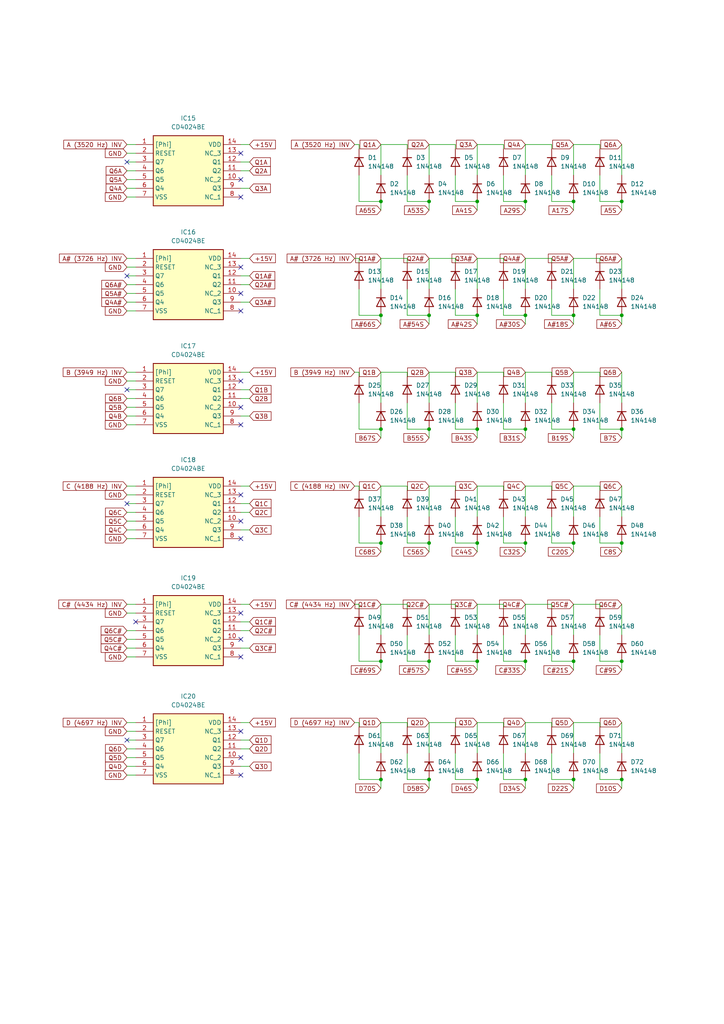
<source format=kicad_sch>
(kicad_sch (version 20230121) (generator eeschema)
  (paper "A4" portrait)
  (junction (at 152.4 226.06))
  (junction (at 180.34 226.06))
  (junction (at 138.43 226.06))
  (junction (at 166.37 124.46))
  (junction (at 180.34 157.48))
  (junction (at 166.37 58.42))
  (junction (at 124.46 191.77))
  (junction (at 110.49 191.77))
  (junction (at 124.46 124.46))
  (junction (at 138.43 91.44))
  (junction (at 180.34 91.44))
  (junction (at 138.43 58.42))
  (junction (at 138.43 191.77))
  (junction (at 124.46 58.42))
  (junction (at 180.34 58.42))
  (junction (at 180.34 191.77))
  (junction (at 166.37 91.44))
  (junction (at 124.46 157.48))
  (junction (at 124.46 226.06))
  (junction (at 166.37 226.06))
  (junction (at 110.49 91.44))
  (junction (at 110.49 124.46))
  (junction (at 110.49 226.06))
  (junction (at 152.4 191.77))
  (junction (at 152.4 91.44))
  (junction (at 110.49 58.42))
  (junction (at 110.49 157.48))
  (junction (at 152.4 58.42))
  (junction (at 180.34 124.46))
  (junction (at 166.37 191.77))
  (junction (at 166.37 157.48))
  (junction (at 152.4 157.48))
  (junction (at 138.43 157.48))
  (junction (at 138.43 124.46))
  (junction (at 124.46 91.44))
  (junction (at 152.4 124.46))
  (no_connect (at 69.85 110.49))
  (no_connect (at 36.83 214.63))
  (no_connect (at 69.85 177.8))
  (no_connect (at 69.85 118.11))
  (no_connect (at 69.85 52.07))
  (no_connect (at 69.85 151.13))
  (no_connect (at 69.85 57.15))
  (no_connect (at 69.85 90.17))
  (no_connect (at 36.83 80.01))
  (no_connect (at 36.83 46.99))
  (no_connect (at 69.85 85.09))
  (no_connect (at 69.85 212.09))
  (no_connect (at 69.85 44.45))
  (no_connect (at 39.37 180.34))
  (no_connect (at 36.83 146.05))
  (no_connect (at 36.83 113.03))
  (no_connect (at 69.85 185.42))
  (no_connect (at 69.85 156.21))
  (no_connect (at 69.85 219.71))
  (no_connect (at 69.85 143.51))
  (no_connect (at 69.85 224.79))
  (no_connect (at 69.85 190.5))
  (no_connect (at 69.85 77.47))
  (no_connect (at 69.85 123.19))
  (wire (pts (xy 146.05 218.44) (xy 146.05 226.06)))
  (wire (pts (xy 36.83 57.15) (xy 39.37 57.15)))
  (wire (pts (xy 160.02 91.44) (xy 166.37 91.44)))
  (wire (pts (xy 124.46 107.95) (xy 132.08 107.95)))
  (wire (pts (xy 110.49 74.93) (xy 118.11 74.93)))
  (wire (pts (xy 72.39 180.34) (xy 69.85 180.34)))
  (wire (pts (xy 36.83 175.26) (xy 39.37 175.26)))
  (wire (pts (xy 180.34 124.46) (xy 180.34 127)))
  (wire (pts (xy 166.37 226.06) (xy 166.37 228.6)))
  (wire (pts (xy 124.46 209.55) (xy 124.46 218.44)))
  (wire (pts (xy 173.99 226.06) (xy 180.34 226.06)))
  (wire (pts (xy 166.37 175.26) (xy 173.99 175.26)))
  (wire (pts (xy 36.83 219.71) (xy 39.37 219.71)))
  (wire (pts (xy 36.83 82.55) (xy 39.37 82.55)))
  (wire (pts (xy 138.43 209.55) (xy 138.43 218.44)))
  (wire (pts (xy 132.08 91.44) (xy 138.43 91.44)))
  (wire (pts (xy 72.39 54.61) (xy 69.85 54.61)))
  (wire (pts (xy 36.83 209.55) (xy 39.37 209.55)))
  (wire (pts (xy 36.83 118.11) (xy 39.37 118.11)))
  (wire (pts (xy 110.49 58.42) (xy 110.49 60.96)))
  (wire (pts (xy 173.99 140.97) (xy 173.99 142.24)))
  (wire (pts (xy 138.43 107.95) (xy 138.43 116.84)))
  (wire (pts (xy 72.39 74.93) (xy 69.85 74.93)))
  (wire (pts (xy 173.99 83.82) (xy 173.99 91.44)))
  (wire (pts (xy 180.34 140.97) (xy 180.34 149.86)))
  (wire (pts (xy 110.49 140.97) (xy 118.11 140.97)))
  (wire (pts (xy 180.34 41.91) (xy 180.34 50.8)))
  (wire (pts (xy 118.11 50.8) (xy 118.11 58.42)))
  (wire (pts (xy 146.05 41.91) (xy 146.05 43.18)))
  (wire (pts (xy 36.83 52.07) (xy 39.37 52.07)))
  (wire (pts (xy 166.37 157.48) (xy 166.37 160.02)))
  (wire (pts (xy 72.39 113.03) (xy 69.85 113.03)))
  (wire (pts (xy 160.02 124.46) (xy 166.37 124.46)))
  (wire (pts (xy 102.87 107.95) (xy 104.14 107.95)))
  (wire (pts (xy 132.08 83.82) (xy 132.08 91.44)))
  (wire (pts (xy 173.99 41.91) (xy 173.99 43.18)))
  (wire (pts (xy 118.11 91.44) (xy 124.46 91.44)))
  (wire (pts (xy 110.49 91.44) (xy 110.49 93.98)))
  (wire (pts (xy 173.99 91.44) (xy 180.34 91.44)))
  (wire (pts (xy 152.4 58.42) (xy 152.4 60.96)))
  (wire (pts (xy 132.08 50.8) (xy 132.08 58.42)))
  (wire (pts (xy 138.43 41.91) (xy 146.05 41.91)))
  (wire (pts (xy 72.39 187.96) (xy 69.85 187.96)))
  (wire (pts (xy 118.11 124.46) (xy 124.46 124.46)))
  (wire (pts (xy 72.39 217.17) (xy 69.85 217.17)))
  (wire (pts (xy 124.46 124.46) (xy 124.46 127)))
  (wire (pts (xy 180.34 107.95) (xy 180.34 116.84)))
  (wire (pts (xy 152.4 140.97) (xy 160.02 140.97)))
  (wire (pts (xy 124.46 209.55) (xy 132.08 209.55)))
  (wire (pts (xy 160.02 209.55) (xy 160.02 210.82)))
  (wire (pts (xy 166.37 41.91) (xy 166.37 50.8)))
  (wire (pts (xy 104.14 83.82) (xy 104.14 91.44)))
  (wire (pts (xy 104.14 209.55) (xy 104.14 210.82)))
  (wire (pts (xy 138.43 74.93) (xy 138.43 83.82)))
  (wire (pts (xy 138.43 175.26) (xy 146.05 175.26)))
  (wire (pts (xy 132.08 226.06) (xy 138.43 226.06)))
  (wire (pts (xy 180.34 209.55) (xy 180.34 218.44)))
  (wire (pts (xy 132.08 41.91) (xy 132.08 43.18)))
  (wire (pts (xy 173.99 175.26) (xy 173.99 176.53)))
  (wire (pts (xy 132.08 74.93) (xy 132.08 76.2)))
  (wire (pts (xy 146.05 149.86) (xy 146.05 157.48)))
  (wire (pts (xy 132.08 218.44) (xy 132.08 226.06)))
  (wire (pts (xy 160.02 140.97) (xy 160.02 142.24)))
  (wire (pts (xy 124.46 157.48) (xy 124.46 160.02)))
  (wire (pts (xy 104.14 175.26) (xy 104.14 176.53)))
  (wire (pts (xy 152.4 157.48) (xy 152.4 160.02)))
  (wire (pts (xy 124.46 140.97) (xy 124.46 149.86)))
  (wire (pts (xy 36.83 74.93) (xy 39.37 74.93)))
  (wire (pts (xy 166.37 124.46) (xy 166.37 127)))
  (wire (pts (xy 146.05 83.82) (xy 146.05 91.44)))
  (wire (pts (xy 104.14 124.46) (xy 110.49 124.46)))
  (wire (pts (xy 138.43 191.77) (xy 138.43 194.31)))
  (wire (pts (xy 166.37 209.55) (xy 173.99 209.55)))
  (wire (pts (xy 102.87 209.55) (xy 104.14 209.55)))
  (wire (pts (xy 110.49 140.97) (xy 110.49 149.86)))
  (wire (pts (xy 166.37 74.93) (xy 173.99 74.93)))
  (wire (pts (xy 36.83 49.53) (xy 39.37 49.53)))
  (wire (pts (xy 104.14 184.15) (xy 104.14 191.77)))
  (wire (pts (xy 152.4 41.91) (xy 152.4 50.8)))
  (wire (pts (xy 160.02 83.82) (xy 160.02 91.44)))
  (wire (pts (xy 124.46 175.26) (xy 124.46 184.15)))
  (wire (pts (xy 118.11 218.44) (xy 118.11 226.06)))
  (wire (pts (xy 173.99 124.46) (xy 180.34 124.46)))
  (wire (pts (xy 118.11 41.91) (xy 118.11 43.18)))
  (wire (pts (xy 146.05 175.26) (xy 146.05 176.53)))
  (wire (pts (xy 36.83 217.17) (xy 39.37 217.17)))
  (wire (pts (xy 104.14 157.48) (xy 110.49 157.48)))
  (wire (pts (xy 36.83 190.5) (xy 39.37 190.5)))
  (wire (pts (xy 180.34 175.26) (xy 180.34 184.15)))
  (wire (pts (xy 173.99 58.42) (xy 180.34 58.42)))
  (wire (pts (xy 72.39 209.55) (xy 69.85 209.55)))
  (wire (pts (xy 36.83 110.49) (xy 39.37 110.49)))
  (wire (pts (xy 72.39 222.25) (xy 69.85 222.25)))
  (wire (pts (xy 146.05 191.77) (xy 152.4 191.77)))
  (wire (pts (xy 152.4 41.91) (xy 160.02 41.91)))
  (wire (pts (xy 138.43 175.26) (xy 138.43 184.15)))
  (wire (pts (xy 36.83 214.63) (xy 39.37 214.63)))
  (wire (pts (xy 118.11 175.26) (xy 118.11 176.53)))
  (wire (pts (xy 118.11 140.97) (xy 118.11 142.24)))
  (wire (pts (xy 110.49 191.77) (xy 110.49 194.31)))
  (wire (pts (xy 72.39 87.63) (xy 69.85 87.63)))
  (wire (pts (xy 146.05 140.97) (xy 146.05 142.24)))
  (wire (pts (xy 132.08 140.97) (xy 132.08 142.24)))
  (wire (pts (xy 118.11 58.42) (xy 124.46 58.42)))
  (wire (pts (xy 72.39 120.65) (xy 69.85 120.65)))
  (wire (pts (xy 138.43 140.97) (xy 146.05 140.97)))
  (wire (pts (xy 36.83 148.59) (xy 39.37 148.59)))
  (wire (pts (xy 36.83 46.99) (xy 39.37 46.99)))
  (wire (pts (xy 36.83 113.03) (xy 39.37 113.03)))
  (wire (pts (xy 138.43 58.42) (xy 138.43 60.96)))
  (wire (pts (xy 118.11 191.77) (xy 124.46 191.77)))
  (wire (pts (xy 36.83 224.79) (xy 39.37 224.79)))
  (wire (pts (xy 72.39 140.97) (xy 69.85 140.97)))
  (wire (pts (xy 166.37 41.91) (xy 173.99 41.91)))
  (wire (pts (xy 160.02 50.8) (xy 160.02 58.42)))
  (wire (pts (xy 124.46 74.93) (xy 124.46 83.82)))
  (wire (pts (xy 180.34 157.48) (xy 180.34 160.02)))
  (wire (pts (xy 72.39 107.95) (xy 69.85 107.95)))
  (wire (pts (xy 166.37 107.95) (xy 173.99 107.95)))
  (wire (pts (xy 173.99 191.77) (xy 180.34 191.77)))
  (wire (pts (xy 160.02 107.95) (xy 160.02 109.22)))
  (wire (pts (xy 132.08 116.84) (xy 132.08 124.46)))
  (wire (pts (xy 118.11 184.15) (xy 118.11 191.77)))
  (wire (pts (xy 104.14 74.93) (xy 104.14 76.2)))
  (wire (pts (xy 166.37 91.44) (xy 166.37 93.98)))
  (wire (pts (xy 36.83 41.91) (xy 39.37 41.91)))
  (wire (pts (xy 36.83 44.45) (xy 39.37 44.45)))
  (wire (pts (xy 110.49 157.48) (xy 110.49 160.02)))
  (wire (pts (xy 146.05 58.42) (xy 152.4 58.42)))
  (wire (pts (xy 132.08 209.55) (xy 132.08 210.82)))
  (wire (pts (xy 146.05 226.06) (xy 152.4 226.06)))
  (wire (pts (xy 104.14 91.44) (xy 110.49 91.44)))
  (wire (pts (xy 138.43 41.91) (xy 138.43 50.8)))
  (wire (pts (xy 180.34 58.42) (xy 180.34 60.96)))
  (wire (pts (xy 36.83 107.95) (xy 39.37 107.95)))
  (wire (pts (xy 160.02 116.84) (xy 160.02 124.46)))
  (wire (pts (xy 146.05 107.95) (xy 146.05 109.22)))
  (wire (pts (xy 104.14 140.97) (xy 104.14 142.24)))
  (wire (pts (xy 36.83 222.25) (xy 39.37 222.25)))
  (wire (pts (xy 36.83 123.19) (xy 39.37 123.19)))
  (wire (pts (xy 146.05 157.48) (xy 152.4 157.48)))
  (wire (pts (xy 102.87 41.91) (xy 104.14 41.91)))
  (wire (pts (xy 104.14 191.77) (xy 110.49 191.77)))
  (wire (pts (xy 152.4 191.77) (xy 152.4 194.31)))
  (wire (pts (xy 102.87 74.93) (xy 104.14 74.93)))
  (wire (pts (xy 110.49 41.91) (xy 118.11 41.91)))
  (wire (pts (xy 36.83 54.61) (xy 39.37 54.61)))
  (wire (pts (xy 72.39 175.26) (xy 69.85 175.26)))
  (wire (pts (xy 124.46 91.44) (xy 124.46 93.98)))
  (wire (pts (xy 118.11 83.82) (xy 118.11 91.44)))
  (wire (pts (xy 36.83 187.96) (xy 39.37 187.96)))
  (wire (pts (xy 152.4 226.06) (xy 152.4 228.6)))
  (wire (pts (xy 72.39 82.55) (xy 69.85 82.55)))
  (wire (pts (xy 124.46 107.95) (xy 124.46 116.84)))
  (wire (pts (xy 138.43 91.44) (xy 138.43 93.98)))
  (wire (pts (xy 166.37 140.97) (xy 173.99 140.97)))
  (wire (pts (xy 152.4 107.95) (xy 152.4 116.84)))
  (wire (pts (xy 166.37 140.97) (xy 166.37 149.86)))
  (wire (pts (xy 152.4 74.93) (xy 160.02 74.93)))
  (wire (pts (xy 72.39 80.01) (xy 69.85 80.01)))
  (wire (pts (xy 118.11 226.06) (xy 124.46 226.06)))
  (wire (pts (xy 36.83 87.63) (xy 39.37 87.63)))
  (wire (pts (xy 138.43 107.95) (xy 146.05 107.95)))
  (wire (pts (xy 173.99 50.8) (xy 173.99 58.42)))
  (wire (pts (xy 118.11 149.86) (xy 118.11 157.48)))
  (wire (pts (xy 132.08 191.77) (xy 138.43 191.77)))
  (wire (pts (xy 152.4 175.26) (xy 152.4 184.15)))
  (wire (pts (xy 132.08 184.15) (xy 132.08 191.77)))
  (wire (pts (xy 104.14 107.95) (xy 104.14 109.22)))
  (wire (pts (xy 152.4 140.97) (xy 152.4 149.86)))
  (wire (pts (xy 132.08 175.26) (xy 132.08 176.53)))
  (wire (pts (xy 132.08 124.46) (xy 138.43 124.46)))
  (wire (pts (xy 36.83 156.21) (xy 39.37 156.21)))
  (wire (pts (xy 124.46 175.26) (xy 132.08 175.26)))
  (wire (pts (xy 166.37 107.95) (xy 166.37 116.84)))
  (wire (pts (xy 166.37 175.26) (xy 166.37 184.15)))
  (wire (pts (xy 36.83 146.05) (xy 39.37 146.05)))
  (wire (pts (xy 110.49 107.95) (xy 110.49 116.84)))
  (wire (pts (xy 132.08 157.48) (xy 138.43 157.48)))
  (wire (pts (xy 36.83 153.67) (xy 39.37 153.67)))
  (wire (pts (xy 152.4 209.55) (xy 152.4 218.44)))
  (wire (pts (xy 110.49 107.95) (xy 118.11 107.95)))
  (wire (pts (xy 36.83 80.01) (xy 39.37 80.01)))
  (wire (pts (xy 152.4 91.44) (xy 152.4 93.98)))
  (wire (pts (xy 132.08 149.86) (xy 132.08 157.48)))
  (wire (pts (xy 138.43 226.06) (xy 138.43 228.6)))
  (wire (pts (xy 118.11 157.48) (xy 124.46 157.48)))
  (wire (pts (xy 124.46 226.06) (xy 124.46 228.6)))
  (wire (pts (xy 72.39 182.88) (xy 69.85 182.88)))
  (wire (pts (xy 104.14 226.06) (xy 110.49 226.06)))
  (wire (pts (xy 72.39 148.59) (xy 69.85 148.59)))
  (wire (pts (xy 152.4 175.26) (xy 160.02 175.26)))
  (wire (pts (xy 138.43 209.55) (xy 146.05 209.55)))
  (wire (pts (xy 180.34 226.06) (xy 180.34 228.6)))
  (wire (pts (xy 36.83 90.17) (xy 39.37 90.17)))
  (wire (pts (xy 102.87 140.97) (xy 104.14 140.97)))
  (wire (pts (xy 146.05 91.44) (xy 152.4 91.44)))
  (wire (pts (xy 36.83 185.42) (xy 39.37 185.42)))
  (wire (pts (xy 110.49 175.26) (xy 118.11 175.26)))
  (wire (pts (xy 173.99 149.86) (xy 173.99 157.48)))
  (wire (pts (xy 104.14 116.84) (xy 104.14 124.46)))
  (wire (pts (xy 138.43 74.93) (xy 146.05 74.93)))
  (wire (pts (xy 72.39 115.57) (xy 69.85 115.57)))
  (wire (pts (xy 152.4 124.46) (xy 152.4 127)))
  (wire (pts (xy 104.14 149.86) (xy 104.14 157.48)))
  (wire (pts (xy 132.08 107.95) (xy 132.08 109.22)))
  (wire (pts (xy 180.34 91.44) (xy 180.34 93.98)))
  (wire (pts (xy 138.43 157.48) (xy 138.43 160.02)))
  (wire (pts (xy 146.05 184.15) (xy 146.05 191.77)))
  (wire (pts (xy 146.05 50.8) (xy 146.05 58.42)))
  (wire (pts (xy 118.11 209.55) (xy 118.11 210.82)))
  (wire (pts (xy 138.43 140.97) (xy 138.43 149.86)))
  (wire (pts (xy 36.83 177.8) (xy 39.37 177.8)))
  (wire (pts (xy 173.99 218.44) (xy 173.99 226.06)))
  (wire (pts (xy 72.39 46.99) (xy 69.85 46.99)))
  (wire (pts (xy 118.11 116.84) (xy 118.11 124.46)))
  (wire (pts (xy 166.37 58.42) (xy 166.37 60.96)))
  (wire (pts (xy 124.46 191.77) (xy 124.46 194.31)))
  (wire (pts (xy 110.49 41.91) (xy 110.49 50.8)))
  (wire (pts (xy 36.83 140.97) (xy 39.37 140.97)))
  (wire (pts (xy 36.83 143.51) (xy 39.37 143.51)))
  (wire (pts (xy 36.83 120.65) (xy 39.37 120.65)))
  (wire (pts (xy 146.05 209.55) (xy 146.05 210.82)))
  (wire (pts (xy 138.43 124.46) (xy 138.43 127)))
  (wire (pts (xy 146.05 124.46) (xy 152.4 124.46)))
  (wire (pts (xy 110.49 175.26) (xy 110.49 184.15)))
  (wire (pts (xy 36.83 115.57) (xy 39.37 115.57)))
  (wire (pts (xy 160.02 184.15) (xy 160.02 191.77)))
  (wire (pts (xy 72.39 153.67) (xy 69.85 153.67)))
  (wire (pts (xy 173.99 107.95) (xy 173.99 109.22)))
  (wire (pts (xy 160.02 157.48) (xy 166.37 157.48)))
  (wire (pts (xy 36.83 77.47) (xy 39.37 77.47)))
  (wire (pts (xy 124.46 41.91) (xy 124.46 50.8)))
  (wire (pts (xy 160.02 175.26) (xy 160.02 176.53)))
  (wire (pts (xy 146.05 116.84) (xy 146.05 124.46)))
  (wire (pts (xy 173.99 184.15) (xy 173.99 191.77)))
  (wire (pts (xy 110.49 74.93) (xy 110.49 83.82)))
  (wire (pts (xy 110.49 209.55) (xy 110.49 218.44)))
  (wire (pts (xy 152.4 107.95) (xy 160.02 107.95)))
  (wire (pts (xy 104.14 50.8) (xy 104.14 58.42)))
  (wire (pts (xy 72.39 49.53) (xy 69.85 49.53)))
  (wire (pts (xy 72.39 146.05) (xy 69.85 146.05)))
  (wire (pts (xy 110.49 124.46) (xy 110.49 127)))
  (wire (pts (xy 124.46 58.42) (xy 124.46 60.96)))
  (wire (pts (xy 160.02 149.86) (xy 160.02 157.48)))
  (wire (pts (xy 173.99 157.48) (xy 180.34 157.48)))
  (wire (pts (xy 160.02 74.93) (xy 160.02 76.2)))
  (wire (pts (xy 124.46 140.97) (xy 132.08 140.97)))
  (wire (pts (xy 36.83 212.09) (xy 39.37 212.09)))
  (wire (pts (xy 160.02 226.06) (xy 166.37 226.06)))
  (wire (pts (xy 132.08 58.42) (xy 138.43 58.42)))
  (wire (pts (xy 118.11 107.95) (xy 118.11 109.22)))
  (wire (pts (xy 110.49 209.55) (xy 118.11 209.55)))
  (wire (pts (xy 104.14 58.42) (xy 110.49 58.42)))
  (wire (pts (xy 166.37 191.77) (xy 166.37 194.31)))
  (wire (pts (xy 152.4 74.93) (xy 152.4 83.82)))
  (wire (pts (xy 124.46 74.93) (xy 132.08 74.93)))
  (wire (pts (xy 180.34 191.77) (xy 180.34 194.31)))
  (wire (pts (xy 173.99 74.93) (xy 173.99 76.2)))
  (wire (pts (xy 166.37 74.93) (xy 166.37 83.82)))
  (wire (pts (xy 160.02 218.44) (xy 160.02 226.06)))
  (wire (pts (xy 160.02 191.77) (xy 166.37 191.77)))
  (wire (pts (xy 110.49 226.06) (xy 110.49 228.6)))
  (wire (pts (xy 118.11 74.93) (xy 118.11 76.2)))
  (wire (pts (xy 146.05 74.93) (xy 146.05 76.2)))
  (wire (pts (xy 72.39 41.91) (xy 69.85 41.91)))
  (wire (pts (xy 72.39 214.63) (xy 69.85 214.63)))
  (wire (pts (xy 102.87 175.26) (xy 104.14 175.26)))
  (wire (pts (xy 160.02 58.42) (xy 166.37 58.42)))
  (wire (pts (xy 173.99 116.84) (xy 173.99 124.46)))
  (wire (pts (xy 166.37 209.55) (xy 166.37 218.44)))
  (wire (pts (xy 124.46 41.91) (xy 132.08 41.91)))
  (wire (pts (xy 104.14 41.91) (xy 104.14 43.18)))
  (wire (pts (xy 36.83 85.09) (xy 39.37 85.09)))
  (wire (pts (xy 36.83 151.13) (xy 39.37 151.13)))
  (wire (pts (xy 160.02 41.91) (xy 160.02 43.18)))
  (wire (pts (xy 36.83 182.88) (xy 39.37 182.88)))
  (wire (pts (xy 180.34 74.93) (xy 180.34 83.82)))
  (wire (pts (xy 104.14 218.44) (xy 104.14 226.06)))
  (wire (pts (xy 173.99 209.55) (xy 173.99 210.82)))
  (wire (pts (xy 152.4 209.55) (xy 160.02 209.55)))
  (global_label "Q1D" (shape input) (at 110.49 209.55 180) (property "Intersheetrefs" "${INTERSHEET_REFS}" (effects hide)))
  (global_label "+15V" (shape input) (at 72.39 107.95 0) (property "Intersheetrefs" "${INTERSHEET_REFS}" (effects hide)))
  (global_label "Q2C" (shape input) (at 72.39 148.59 0) (property "Intersheetrefs" "${INTERSHEET_REFS}" (effects hide)))
  (global_label "Q1A#" (shape input) (at 72.39 80.01 0) (property "Intersheetrefs" "${INTERSHEET_REFS}" (effects hide)))
  (global_label "Q1A" (shape input) (at 72.39 46.99 0) (property "Intersheetrefs" "${INTERSHEET_REFS}" (effects hide)))
  (global_label "C (4188 Hz) INV" (shape input) (at 102.87 140.97 180) (property "Intersheetrefs" "${INTERSHEET_REFS}" (effects hide)))
  (global_label "Q2D" (shape input) (at 72.39 217.17 0) (property "Intersheetrefs" "${INTERSHEET_REFS}" (effects hide)))
  (global_label "B31S" (shape input) (at 152.4 127 180) (property "Intersheetrefs" "${INTERSHEET_REFS}" (effects hide)))
  (global_label "Q2C#" (shape input) (at 124.46 175.26 180) (property "Intersheetrefs" "${INTERSHEET_REFS}" (effects hide)))
  (global_label "Q1B" (shape input) (at 72.39 113.03 0) (property "Intersheetrefs" "${INTERSHEET_REFS}" (effects hide)))
  (global_label "Q5A#" (shape input) (at 166.37 74.93 180) (property "Intersheetrefs" "${INTERSHEET_REFS}" (effects hide)))
  (global_label "Q6A" (shape input) (at 180.34 41.91 180) (property "Intersheetrefs" "${INTERSHEET_REFS}" (effects hide)))
  (global_label "Q3B" (shape input) (at 72.39 120.65 0) (property "Intersheetrefs" "${INTERSHEET_REFS}" (effects hide)))
  (global_label "C#45S" (shape input) (at 138.43 194.31 180) (property "Intersheetrefs" "${INTERSHEET_REFS}" (effects hide)))
  (global_label "Q5D" (shape input) (at 36.83 219.71 180) (property "Intersheetrefs" "${INTERSHEET_REFS}" (effects hide)))
  (global_label "Q4B" (shape input) (at 36.83 120.65 180) (property "Intersheetrefs" "${INTERSHEET_REFS}" (effects hide)))
  (global_label "GND" (shape input) (at 36.83 177.8 180) (property "Intersheetrefs" "${INTERSHEET_REFS}" (effects hide)))
  (global_label "Q4A#" (shape input) (at 152.4 74.93 180) (property "Intersheetrefs" "${INTERSHEET_REFS}" (effects hide)))
  (global_label "C44S" (shape input) (at 138.43 160.02 180) (property "Intersheetrefs" "${INTERSHEET_REFS}" (effects hide)))
  (global_label "Q3C#" (shape input) (at 72.39 187.96 0) (property "Intersheetrefs" "${INTERSHEET_REFS}" (effects hide)))
  (global_label "Q5C#" (shape input) (at 166.37 175.26 180) (property "Intersheetrefs" "${INTERSHEET_REFS}" (effects hide)))
  (global_label "Q1C" (shape input) (at 110.49 140.97 180) (property "Intersheetrefs" "${INTERSHEET_REFS}" (effects hide)))
  (global_label "D46S" (shape input) (at 138.43 228.6 180) (property "Intersheetrefs" "${INTERSHEET_REFS}" (effects hide)))
  (global_label "D (4697 Hz) INV" (shape input) (at 36.83 209.55 180) (property "Intersheetrefs" "${INTERSHEET_REFS}" (effects hide)))
  (global_label "Q2B" (shape input) (at 72.39 115.57 0) (property "Intersheetrefs" "${INTERSHEET_REFS}" (effects hide)))
  (global_label "Q1C" (shape input) (at 72.39 146.05 0) (property "Intersheetrefs" "${INTERSHEET_REFS}" (effects hide)))
  (global_label "C#9S" (shape input) (at 180.34 194.31 180) (property "Intersheetrefs" "${INTERSHEET_REFS}" (effects hide)))
  (global_label "GND" (shape input) (at 36.83 57.15 180) (property "Intersheetrefs" "${INTERSHEET_REFS}" (effects hide)))
  (global_label "Q6A#" (shape input) (at 180.34 74.93 180) (property "Intersheetrefs" "${INTERSHEET_REFS}" (effects hide)))
  (global_label "+15V" (shape input) (at 72.39 41.91 0) (property "Intersheetrefs" "${INTERSHEET_REFS}" (effects hide)))
  (global_label "A (3520 Hz) INV" (shape input) (at 102.87 41.91 180) (property "Intersheetrefs" "${INTERSHEET_REFS}" (effects hide)))
  (global_label "C56S" (shape input) (at 124.46 160.02 180) (property "Intersheetrefs" "${INTERSHEET_REFS}" (effects hide)))
  (global_label "Q4B" (shape input) (at 152.4 107.95 180) (property "Intersheetrefs" "${INTERSHEET_REFS}" (effects hide)))
  (global_label "Q3C" (shape input) (at 138.43 140.97 180) (property "Intersheetrefs" "${INTERSHEET_REFS}" (effects hide)))
  (global_label "Q3C#" (shape input) (at 138.43 175.26 180) (property "Intersheetrefs" "${INTERSHEET_REFS}" (effects hide)))
  (global_label "C#69S" (shape input) (at 110.49 194.31 180) (property "Intersheetrefs" "${INTERSHEET_REFS}" (effects hide)))
  (global_label "GND" (shape input) (at 36.83 77.47 180) (property "Intersheetrefs" "${INTERSHEET_REFS}" (effects hide)))
  (global_label "A#6S" (shape input) (at 180.34 93.98 180) (property "Intersheetrefs" "${INTERSHEET_REFS}" (effects hide)))
  (global_label "D58S" (shape input) (at 124.46 228.6 180) (property "Intersheetrefs" "${INTERSHEET_REFS}" (effects hide)))
  (global_label "Q3A" (shape input) (at 138.43 41.91 180) (property "Intersheetrefs" "${INTERSHEET_REFS}" (effects hide)))
  (global_label "Q2A" (shape input) (at 72.39 49.53 0) (property "Intersheetrefs" "${INTERSHEET_REFS}" (effects hide)))
  (global_label "GND" (shape input) (at 36.83 156.21 180) (property "Intersheetrefs" "${INTERSHEET_REFS}" (effects hide)))
  (global_label "Q3D" (shape input) (at 138.43 209.55 180) (property "Intersheetrefs" "${INTERSHEET_REFS}" (effects hide)))
  (global_label "C#57S" (shape input) (at 124.46 194.31 180) (property "Intersheetrefs" "${INTERSHEET_REFS}" (effects hide)))
  (global_label "Q5B" (shape input) (at 166.37 107.95 180) (property "Intersheetrefs" "${INTERSHEET_REFS}" (effects hide)))
  (global_label "Q6A" (shape input) (at 36.83 49.53 180) (property "Intersheetrefs" "${INTERSHEET_REFS}" (effects hide)))
  (global_label "A#66S" (shape input) (at 110.49 93.98 180) (property "Intersheetrefs" "${INTERSHEET_REFS}" (effects hide)))
  (global_label "Q6C" (shape input) (at 180.34 140.97 180) (property "Intersheetrefs" "${INTERSHEET_REFS}" (effects hide)))
  (global_label "Q5A" (shape input) (at 36.83 52.07 180) (property "Intersheetrefs" "${INTERSHEET_REFS}" (effects hide)))
  (global_label "Q1A" (shape input) (at 110.49 41.91 180) (property "Intersheetrefs" "${INTERSHEET_REFS}" (effects hide)))
  (global_label "Q3A#" (shape input) (at 72.39 87.63 0) (property "Intersheetrefs" "${INTERSHEET_REFS}" (effects hide)))
  (global_label "B19S" (shape input) (at 166.37 127 180) (property "Intersheetrefs" "${INTERSHEET_REFS}" (effects hide)))
  (global_label "Q2B" (shape input) (at 124.46 107.95 180) (property "Intersheetrefs" "${INTERSHEET_REFS}" (effects hide)))
  (global_label "B55S" (shape input) (at 124.46 127 180) (property "Intersheetrefs" "${INTERSHEET_REFS}" (effects hide)))
  (global_label "Q2C" (shape input) (at 124.46 140.97 180) (property "Intersheetrefs" "${INTERSHEET_REFS}" (effects hide)))
  (global_label "A# (3726 Hz) INV" (shape input) (at 102.87 74.93 180) (property "Intersheetrefs" "${INTERSHEET_REFS}" (effects hide)))
  (global_label "C68S" (shape input) (at 110.49 160.02 180) (property "Intersheetrefs" "${INTERSHEET_REFS}" (effects hide)))
  (global_label "Q6C#" (shape input) (at 180.34 175.26 180) (property "Intersheetrefs" "${INTERSHEET_REFS}" (effects hide)))
  (global_label "A29S" (shape input) (at 152.4 60.96 180) (property "Intersheetrefs" "${INTERSHEET_REFS}" (effects hide)))
  (global_label "Q3D" (shape input) (at 72.39 222.25 0) (property "Intersheetrefs" "${INTERSHEET_REFS}" (effects hide)))
  (global_label "Q6A#" (shape input) (at 36.83 82.55 180) (property "Intersheetrefs" "${INTERSHEET_REFS}" (effects hide)))
  (global_label "Q2D" (shape input) (at 124.46 209.55 180) (property "Intersheetrefs" "${INTERSHEET_REFS}" (effects hide)))
  (global_label "Q4C#" (shape input) (at 152.4 175.26 180) (property "Intersheetrefs" "${INTERSHEET_REFS}" (effects hide)))
  (global_label "Q6C" (shape input) (at 36.83 148.59 180) (property "Intersheetrefs" "${INTERSHEET_REFS}" (effects hide)))
  (global_label "Q6D" (shape input) (at 36.83 217.17 180) (property "Intersheetrefs" "${INTERSHEET_REFS}" (effects hide)))
  (global_label "D (4697 Hz) INV" (shape input) (at 102.87 209.55 180) (property "Intersheetrefs" "${INTERSHEET_REFS}" (effects hide)))
  (global_label "Q6B" (shape input) (at 180.34 107.95 180) (property "Intersheetrefs" "${INTERSHEET_REFS}" (effects hide)))
  (global_label "C# (4434 Hz) INV" (shape input) (at 36.83 175.26 180) (property "Intersheetrefs" "${INTERSHEET_REFS}" (effects hide)))
  (global_label "A41S" (shape input) (at 138.43 60.96 180) (property "Intersheetrefs" "${INTERSHEET_REFS}" (effects hide)))
  (global_label "GND" (shape input) (at 36.83 190.5 180) (property "Intersheetrefs" "${INTERSHEET_REFS}" (effects hide)))
  (global_label "A#54S" (shape input) (at 124.46 93.98 180) (property "Intersheetrefs" "${INTERSHEET_REFS}" (effects hide)))
  (global_label "Q4C" (shape input) (at 36.83 153.67 180) (property "Intersheetrefs" "${INTERSHEET_REFS}" (effects hide)))
  (global_label "Q5C#" (shape input) (at 36.83 185.42 180) (property "Intersheetrefs" "${INTERSHEET_REFS}" (effects hide)))
  (global_label "Q6C#" (shape input) (at 36.83 182.88 180) (property "Intersheetrefs" "${INTERSHEET_REFS}" (effects hide)))
  (global_label "A#18S" (shape input) (at 166.37 93.98 180) (property "Intersheetrefs" "${INTERSHEET_REFS}" (effects hide)))
  (global_label "+15V" (shape input) (at 72.39 74.93 0) (property "Intersheetrefs" "${INTERSHEET_REFS}" (effects hide)))
  (global_label "A# (3726 Hz) INV" (shape input) (at 36.83 74.93 180) (property "Intersheetrefs" "${INTERSHEET_REFS}" (effects hide)))
  (global_label "Q1C#" (shape input) (at 72.39 180.34 0) (property "Intersheetrefs" "${INTERSHEET_REFS}" (effects hide)))
  (global_label "Q6D" (shape input) (at 180.34 209.55 180) (property "Intersheetrefs" "${INTERSHEET_REFS}" (effects hide)))
  (global_label "B7S" (shape input) (at 180.34 127 180) (property "Intersheetrefs" "${INTERSHEET_REFS}" (effects hide)))
  (global_label "Q5B" (shape input) (at 36.83 118.11 180) (property "Intersheetrefs" "${INTERSHEET_REFS}" (effects hide)))
  (global_label "Q4D" (shape input) (at 152.4 209.55 180) (property "Intersheetrefs" "${INTERSHEET_REFS}" (effects hide)))
  (global_label "Q5A#" (shape input) (at 36.83 85.09 180) (property "Intersheetrefs" "${INTERSHEET_REFS}" (effects hide)))
  (global_label "Q1D" (shape input) (at 72.39 214.63 0) (property "Intersheetrefs" "${INTERSHEET_REFS}" (effects hide)))
  (global_label "Q5C" (shape input) (at 166.37 140.97 180) (property "Intersheetrefs" "${INTERSHEET_REFS}" (effects hide)))
  (global_label "C#21S" (shape input) (at 166.37 194.31 180) (property "Intersheetrefs" "${INTERSHEET_REFS}" (effects hide)))
  (global_label "C# (4434 Hz) INV" (shape input) (at 102.87 175.26 180) (property "Intersheetrefs" "${INTERSHEET_REFS}" (effects hide)))
  (global_label "+15V" (shape input) (at 72.39 140.97 0) (property "Intersheetrefs" "${INTERSHEET_REFS}" (effects hide)))
  (global_label "Q1C#" (shape input) (at 110.49 175.26 180) (property "Intersheetrefs" "${INTERSHEET_REFS}" (effects hide)))
  (global_label "A53S" (shape input) (at 124.46 60.96 180) (property "Intersheetrefs" "${INTERSHEET_REFS}" (effects hide)))
  (global_label "Q5C" (shape input) (at 36.83 151.13 180) (property "Intersheetrefs" "${INTERSHEET_REFS}" (effects hide)))
  (global_label "A#30S" (shape input) (at 152.4 93.98 180) (property "Intersheetrefs" "${INTERSHEET_REFS}" (effects hide)))
  (global_label "B43S" (shape input) (at 138.43 127 180) (property "Intersheetrefs" "${INTERSHEET_REFS}" (effects hide)))
  (global_label "Q5A" (shape input) (at 166.37 41.91 180) (property "Intersheetrefs" "${INTERSHEET_REFS}" (effects hide)))
  (global_label "Q3B" (shape input) (at 138.43 107.95 180) (property "Intersheetrefs" "${INTERSHEET_REFS}" (effects hide)))
  (global_label "A17S" (shape input) (at 166.37 60.96 180) (property "Intersheetrefs" "${INTERSHEET_REFS}" (effects hide)))
  (global_label "GND" (shape input) (at 36.83 90.17 180) (property "Intersheetrefs" "${INTERSHEET_REFS}" (effects hide)))
  (global_label "GND" (shape input) (at 36.83 224.79 180) (property "Intersheetrefs" "${INTERSHEET_REFS}" (effects hide)))
  (global_label "+15V" (shape input) (at 72.39 209.55 0) (property "Intersheetrefs" "${INTERSHEET_REFS}" (effects hide)))
  (global_label "Q4D" (shape input) (at 36.83 222.25 180) (property "Intersheetrefs" "${INTERSHEET_REFS}" (effects hide)))
  (global_label "Q2A" (shape input) (at 124.46 41.91 180) (property "Intersheetrefs" "${INTERSHEET_REFS}" (effects hide)))
  (global_label "GND" (shape input) (at 36.83 143.51 180) (property "Intersheetrefs" "${INTERSHEET_REFS}" (effects hide)))
  (global_label "B (3949 Hz) INV" (shape input) (at 36.83 107.95 180) (property "Intersheetrefs" "${INTERSHEET_REFS}" (effects hide)))
  (global_label "Q3A" (shape input) (at 72.39 54.61 0) (property "Intersheetrefs" "${INTERSHEET_REFS}" (effects hide)))
  (global_label "A#42S" (shape input) (at 138.43 93.98 180) (property "Intersheetrefs" "${INTERSHEET_REFS}" (effects hide)))
  (global_label "C#33S" (shape input) (at 152.4 194.31 180) (property "Intersheetrefs" "${INTERSHEET_REFS}" (effects hide)))
  (global_label "D10S" (shape input) (at 180.34 228.6 180) (property "Intersheetrefs" "${INTERSHEET_REFS}" (effects hide)))
  (global_label "Q4C" (shape input) (at 152.4 140.97 180) (property "Intersheetrefs" "${INTERSHEET_REFS}" (effects hide)))
  (global_label "Q2C#" (shape input) (at 72.39 182.88 0) (property "Intersheetrefs" "${INTERSHEET_REFS}" (effects hide)))
  (global_label "Q1A#" (shape input) (at 110.49 74.93 180) (property "Intersheetrefs" "${INTERSHEET_REFS}" (effects hide)))
  (global_label "GND" (shape input) (at 36.83 110.49 180) (property "Intersheetrefs" "${INTERSHEET_REFS}" (effects hide)))
  (global_label "Q3A#" (shape input) (at 138.43 74.93 180) (property "Intersheetrefs" "${INTERSHEET_REFS}" (effects hide)))
  (global_label "Q2A#" (shape input) (at 124.46 74.93 180) (property "Intersheetrefs" "${INTERSHEET_REFS}" (effects hide)))
  (global_label "B (3949 Hz) INV" (shape input) (at 102.87 107.95 180) (property "Intersheetrefs" "${INTERSHEET_REFS}" (effects hide)))
  (global_label "C (4188 Hz) INV" (shape input) (at 36.83 140.97 180) (property "Intersheetrefs" "${INTERSHEET_REFS}" (effects hide)))
  (global_label "Q4A" (shape input) (at 152.4 41.91 180) (property "Intersheetrefs" "${INTERSHEET_REFS}" (effects hide)))
  (global_label "D22S" (shape input) (at 166.37 228.6 180) (property "Intersheetrefs" "${INTERSHEET_REFS}" (effects hide)))
  (global_label "GND" (shape input) (at 36.83 44.45 180) (property "Intersheetrefs" "${INTERSHEET_REFS}" (effects hide)))
  (global_label "Q4A" (shape input) (at 36.83 54.61 180) (property "Intersheetrefs" "${INTERSHEET_REFS}" (effects hide)))
  (global_label "Q4A#" (shape input) (at 36.83 87.63 180) (property "Intersheetrefs" "${INTERSHEET_REFS}" (effects hide)))
  (global_label "GND" (shape input) (at 36.83 123.19 180) (property "Intersheetrefs" "${INTERSHEET_REFS}" (effects hide)))
  (global_label "B67S" (shape input) (at 110.49 127 180) (property "Intersheetrefs" "${INTERSHEET_REFS}" (effects hide)))
  (global_label "C20S" (shape input) (at 166.37 160.02 180) (property "Intersheetrefs" "${INTERSHEET_REFS}" (effects hide)))
  (global_label "A65S" (shape input) (at 110.49 60.96 180) (property "Intersheetrefs" "${INTERSHEET_REFS}" (effects hide)))
  (global_label "C8S" (shape input) (at 180.34 160.02 180) (property "Intersheetrefs" "${INTERSHEET_REFS}" (effects hide)))
  (global_label "Q3C" (shape input) (at 72.39 153.67 0) (property "Intersheetrefs" "${INTERSHEET_REFS}" (effects hide)))
  (global_label "GND" (shape input) (at 36.83 212.09 180) (property "Intersheetrefs" "${INTERSHEET_REFS}" (effects hide)))
  (global_label "D70S" (shape input) (at 110.49 228.6 180) (property "Intersheetrefs" "${INTERSHEET_REFS}" (effects hide)))
  (global_label "Q6B" (shape input) (at 36.83 115.57 180) (property "Intersheetrefs" "${INTERSHEET_REFS}" (effects hide)))
  (global_label "Q1B" (shape input) (at 110.49 107.95 180) (property "Intersheetrefs" "${INTERSHEET_REFS}" (effects hide)))
  (global_label "C32S" (shape input) (at 152.4 160.02 180) (property "Intersheetrefs" "${INTERSHEET_REFS}" (effects hide)))
  (global_label "Q4C#" (shape input) (at 36.83 187.96 180) (property "Intersheetrefs" "${INTERSHEET_REFS}" (effects hide)))
  (global_label "Q2A#" (shape input) (at 72.39 82.55 0) (property "Intersheetrefs" "${INTERSHEET_REFS}" (effects hide)))
  (global_label "D34S" (shape input) (at 152.4 228.6 180) (property "Intersheetrefs" "${INTERSHEET_REFS}" (effects hide)))
  (global_label "+15V" (shape input) (at 72.39 175.26 0) (property "Intersheetrefs" "${INTERSHEET_REFS}" (effects hide)))
  (global_label "A (3520 Hz) INV" (shape input) (at 36.83 41.91 180) (property "Intersheetrefs" "${INTERSHEET_REFS}" (effects hide)))
  (global_label "Q5D" (shape input) (at 166.37 209.55 180) (property "Intersheetrefs" "${INTERSHEET_REFS}" (effects hide)))
  (global_label "A5S" (shape input) (at 180.34 60.96 180) (property "Intersheetrefs" "${INTERSHEET_REFS}" (effects hide)))
  (symbol (lib_id "Diode:1N4148") (at 138.43 222.25 270) (unit 1)
    (property "Reference" "D66" (at 140.97 220.98 90) (effects (justify left)))
    (property "Value" "1N4148" (at 140.97 223.52 90) (effects (justify left)))
    (property "Footprint" "Diode_THT:D_DO-35_SOD27_P7.62mm_Horizontal" (effects hide))
    (property "Datasheet" "https://assets.nexperia.com/documents/data-sheet/1N4148_1N4448.pdf" (effects hide))
    (property "Sim.Device" "D" (effects hide))
    (property "Sim.Pins" "1=K 2=A" (effects hide))
  )
  (symbol (lib_id "Diode:1N4148") (at 118.11 46.99 270) (unit 1)
    (property "Reference" "D3" (at 120.65 45.72 90) (effects (justify left)))
    (property "Value" "1N4148" (at 120.65 48.26 90) (effects (justify left)))
    (property "Footprint" "Diode_THT:D_DO-35_SOD27_P7.62mm_Horizontal" (effects hide))
    (property "Datasheet" "https://assets.nexperia.com/documents/data-sheet/1N4148_1N4448.pdf" (effects hide))
    (property "Sim.Device" "D" (effects hide))
    (property "Sim.Pins" "1=K 2=A" (effects hide))
  )
  (symbol (lib_id "Diode:1N4148") (at 118.11 180.34 270) (unit 1)
    (property "Reference" "D51" (at 120.65 179.07 90) (effects (justify left)))
    (property "Value" "1N4148" (at 120.65 181.61 90) (effects (justify left)))
    (property "Footprint" "Diode_THT:D_DO-35_SOD27_P7.62mm_Horizontal" (effects hide))
    (property "Datasheet" "https://assets.nexperia.com/documents/data-sheet/1N4148_1N4448.pdf" (effects hide))
    (property "Sim.Device" "D" (effects hide))
    (property "Sim.Pins" "1=K 2=A" (effects hide))
  )
  (symbol (lib_id "Diode:1N4148") (at 146.05 80.01 270) (unit 1)
    (property "Reference" "D19" (at 148.59 78.74 90) (effects (justify left)))
    (property "Value" "1N4148" (at 148.59 81.28 90) (effects (justify left)))
    (property "Footprint" "Diode_THT:D_DO-35_SOD27_P7.62mm_Horizontal" (effects hide))
    (property "Datasheet" "https://assets.nexperia.com/documents/data-sheet/1N4148_1N4448.pdf" (effects hide))
    (property "Sim.Device" "D" (effects hide))
    (property "Sim.Pins" "1=K 2=A" (effects hide))
  )
  (symbol (lib_id "Diode:1N4148") (at 173.99 113.03 270) (unit 1)
    (property "Reference" "D35" (at 176.53 111.76 90) (effects (justify left)))
    (property "Value" "1N4148" (at 176.53 114.3 90) (effects (justify left)))
    (property "Footprint" "Diode_THT:D_DO-35_SOD27_P7.62mm_Horizontal" (effects hide))
    (property "Datasheet" "https://assets.nexperia.com/documents/data-sheet/1N4148_1N4448.pdf" (effects hide))
    (property "Sim.Device" "D" (effects hide))
    (property "Sim.Pins" "1=K 2=A" (effects hide))
  )
  (symbol (lib_id "Diode:1N4148") (at 124.46 187.96 270) (unit 1)
    (property "Reference" "D52" (at 127 186.69 90) (effects (justify left)))
    (property "Value" "1N4148" (at 127 189.23 90) (effects (justify left)))
    (property "Footprint" "Diode_THT:D_DO-35_SOD27_P7.62mm_Horizontal" (effects hide))
    (property "Datasheet" "https://assets.nexperia.com/documents/data-sheet/1N4148_1N4448.pdf" (effects hide))
    (property "Sim.Device" "D" (effects hide))
    (property "Sim.Pins" "1=K 2=A" (effects hide))
  )
  (symbol (lib_id "Diode:1N4148") (at 180.34 87.63 270) (unit 1)
    (property "Reference" "D24" (at 182.88 86.36 90) (effects (justify left)))
    (property "Value" "1N4148" (at 182.88 88.9 90) (effects (justify left)))
    (property "Footprint" "Diode_THT:D_DO-35_SOD27_P7.62mm_Horizontal" (effects hide))
    (property "Datasheet" "https://assets.nexperia.com/documents/data-sheet/1N4148_1N4448.pdf" (effects hide))
    (property "Sim.Device" "D" (effects hide))
    (property "Sim.Pins" "1=K 2=A" (effects hide))
  )
  (symbol (lib_id "Diode:1N4148") (at 110.49 54.61 270) (unit 1)
    (property "Reference" "D2" (at 113.03 53.34 90) (effects (justify left)))
    (property "Value" "1N4148" (at 113.03 55.88 90) (effects (justify left)))
    (property "Footprint" "Diode_THT:D_DO-35_SOD27_P7.62mm_Horizontal" (effects hide))
    (property "Datasheet" "https://assets.nexperia.com/documents/data-sheet/1N4148_1N4448.pdf" (effects hide))
    (property "Sim.Device" "D" (effects hide))
    (property "Sim.Pins" "1=K 2=A" (effects hide))
  )
  (symbol (lib_id "Diode:1N4148") (at 180.34 187.96 270) (unit 1)
    (property "Reference" "D60" (at 182.88 186.69 90) (effects (justify left)))
    (property "Value" "1N4148" (at 182.88 189.23 90) (effects (justify left)))
    (property "Footprint" "Diode_THT:D_DO-35_SOD27_P7.62mm_Horizontal" (effects hide))
    (property "Datasheet" "https://assets.nexperia.com/documents/data-sheet/1N4148_1N4448.pdf" (effects hide))
    (property "Sim.Device" "D" (effects hide))
    (property "Sim.Pins" "1=K 2=A" (effects hide))
  )
  (symbol (lib_id "Diode:1N4148") (at 132.08 80.01 270) (unit 1)
    (property "Reference" "D17" (at 134.62 78.74 90) (effects (justify left)))
    (property "Value" "1N4148" (at 134.62 81.28 90) (effects (justify left)))
    (property "Footprint" "Diode_THT:D_DO-35_SOD27_P7.62mm_Horizontal" (effects hide))
    (property "Datasheet" "https://assets.nexperia.com/documents/data-sheet/1N4148_1N4448.pdf" (effects hide))
    (property "Sim.Device" "D" (effects hide))
    (property "Sim.Pins" "1=K 2=A" (effects hide))
  )
  (symbol (lib_id "Diode:1N4148") (at 138.43 54.61 270) (unit 1)
    (property "Reference" "D6" (at 140.97 53.34 90) (effects (justify left)))
    (property "Value" "1N4148" (at 140.97 55.88 90) (effects (justify left)))
    (property "Footprint" "Diode_THT:D_DO-35_SOD27_P7.62mm_Horizontal" (effects hide))
    (property "Datasheet" "https://assets.nexperia.com/documents/data-sheet/1N4148_1N4448.pdf" (effects hide))
    (property "Sim.Device" "D" (effects hide))
    (property "Sim.Pins" "1=K 2=A" (effects hide))
  )
  (symbol (lib_id "Diode:1N4148") (at 166.37 222.25 270) (unit 1)
    (property "Reference" "D70" (at 168.91 220.98 90) (effects (justify left)))
    (property "Value" "1N4148" (at 168.91 223.52 90) (effects (justify left)))
    (property "Footprint" "Diode_THT:D_DO-35_SOD27_P7.62mm_Horizontal" (effects hide))
    (property "Datasheet" "https://assets.nexperia.com/documents/data-sheet/1N4148_1N4448.pdf" (effects hide))
    (property "Sim.Device" "D" (effects hide))
    (property "Sim.Pins" "1=K 2=A" (effects hide))
  )
  (symbol (lib_id "Diode:1N4148") (at 110.49 187.96 270) (unit 1)
    (property "Reference" "D50" (at 113.03 186.69 90) (effects (justify left)))
    (property "Value" "1N4148" (at 113.03 189.23 90) (effects (justify left)))
    (property "Footprint" "Diode_THT:D_DO-35_SOD27_P7.62mm_Horizontal" (effects hide))
    (property "Datasheet" "https://assets.nexperia.com/documents/data-sheet/1N4148_1N4448.pdf" (effects hide))
    (property "Sim.Device" "D" (effects hide))
    (property "Sim.Pins" "1=K 2=A" (effects hide))
  )
  (symbol (lib_id "Diode:1N4148") (at 118.11 214.63 270) (unit 1)
    (property "Reference" "D63" (at 120.65 213.36 90) (effects (justify left)))
    (property "Value" "1N4148" (at 120.65 215.9 90) (effects (justify left)))
    (property "Footprint" "Diode_THT:D_DO-35_SOD27_P7.62mm_Horizontal" (effects hide))
    (property "Datasheet" "https://assets.nexperia.com/documents/data-sheet/1N4148_1N4448.pdf" (effects hide))
    (property "Sim.Device" "D" (effects hide))
    (property "Sim.Pins" "1=K 2=A" (effects hide))
  )
  (symbol (lib_id "Diode:1N4148") (at 138.43 120.65 270) (unit 1)
    (property "Reference" "D30" (at 140.97 119.38 90) (effects (justify left)))
    (property "Value" "1N4148" (at 140.97 121.92 90) (effects (justify left)))
    (property "Footprint" "Diode_THT:D_DO-35_SOD27_P7.62mm_Horizontal" (effects hide))
    (property "Datasheet" "https://assets.nexperia.com/documents/data-sheet/1N4148_1N4448.pdf" (effects hide))
    (property "Sim.Device" "D" (effects hide))
    (property "Sim.Pins" "1=K 2=A" (effects hide))
  )
  (symbol (lib_id "Diode:1N4148") (at 124.46 54.61 270) (unit 1)
    (property "Reference" "D4" (at 127 53.34 90) (effects (justify left)))
    (property "Value" "1N4148" (at 127 55.88 90) (effects (justify left)))
    (property "Footprint" "Diode_THT:D_DO-35_SOD27_P7.62mm_Horizontal" (effects hide))
    (property "Datasheet" "https://assets.nexperia.com/documents/data-sheet/1N4148_1N4448.pdf" (effects hide))
    (property "Sim.Device" "D" (effects hide))
    (property "Sim.Pins" "1=K 2=A" (effects hide))
  )
  (symbol (lib_id "Diode:1N4148") (at 160.02 214.63 270) (unit 1)
    (property "Reference" "D69" (at 162.56 213.36 90) (effects (justify left)))
    (property "Value" "1N4148" (at 162.56 215.9 90) (effects (justify left)))
    (property "Footprint" "Diode_THT:D_DO-35_SOD27_P7.62mm_Horizontal" (effects hide))
    (property "Datasheet" "https://assets.nexperia.com/documents/data-sheet/1N4148_1N4448.pdf" (effects hide))
    (property "Sim.Device" "D" (effects hide))
    (property "Sim.Pins" "1=K 2=A" (effects hide))
  )
  (symbol (lib_id "Diode:1N4148") (at 152.4 187.96 270) (unit 1)
    (property "Reference" "D56" (at 154.94 186.69 90) (effects (justify left)))
    (property "Value" "1N4148" (at 154.94 189.23 90) (effects (justify left)))
    (property "Footprint" "Diode_THT:D_DO-35_SOD27_P7.62mm_Horizontal" (effects hide))
    (property "Datasheet" "https://assets.nexperia.com/documents/data-sheet/1N4148_1N4448.pdf" (effects hide))
    (property "Sim.Device" "D" (effects hide))
    (property "Sim.Pins" "1=K 2=A" (effects hide))
  )
  (symbol (lib_id "SamacSys_Parts:CD4024BE") (at 39.37 74.93 0) (unit 1)
    (property "Reference" "IC16" (at 54.61 67.31 0))
    (property "Value" "CD4024BE" (at 54.61 69.85 0))
    (property "Footprint" "DIP794W53P254L1930H508Q14N" (effects hide))
    (property "Datasheet" "https://datasheet.datasheetarchive.com/originals/distributors/Datasheets-SFU2/DSASFU100028803.pdf" (effects hide))
    (property "Height" "5.08" (effects hide))
    (property "Manufacturer_Name" "Texas Instruments" (effects hide))
    (property "Manufacturer_Part_Number" "CD4024BE" (effects hide))
  )
  (symbol (lib_id "Diode:1N4148") (at 146.05 113.03 270) (unit 1)
    (property "Reference" "D31" (at 148.59 111.76 90) (effects (justify left)))
    (property "Value" "1N4148" (at 148.59 114.3 90) (effects (justify left)))
    (property "Footprint" "Diode_THT:D_DO-35_SOD27_P7.62mm_Horizontal" (effects hide))
    (property "Datasheet" "https://assets.nexperia.com/documents/data-sheet/1N4148_1N4448.pdf" (effects hide))
    (property "Sim.Device" "D" (effects hide))
    (property "Sim.Pins" "1=K 2=A" (effects hide))
  )
  (symbol (lib_id "SamacSys_Parts:CD4024BE") (at 39.37 175.26 0) (unit 1)
    (property "Reference" "IC19" (at 54.61 167.64 0))
    (property "Value" "CD4024BE" (at 54.61 170.18 0))
    (property "Footprint" "DIP794W53P254L1930H508Q14N" (effects hide))
    (property "Datasheet" "https://datasheet.datasheetarchive.com/originals/distributors/Datasheets-SFU2/DSASFU100028803.pdf" (effects hide))
    (property "Height" "5.08" (effects hide))
    (property "Manufacturer_Name" "Texas Instruments" (effects hide))
    (property "Manufacturer_Part_Number" "CD4024BE" (effects hide))
  )
  (symbol (lib_id "Diode:1N4148") (at 118.11 113.03 270) (unit 1)
    (property "Reference" "D27" (at 120.65 111.76 90) (effects (justify left)))
    (property "Value" "1N4148" (at 120.65 114.3 90) (effects (justify left)))
    (property "Footprint" "Diode_THT:D_DO-35_SOD27_P7.62mm_Horizontal" (effects hide))
    (property "Datasheet" "https://assets.nexperia.com/documents/data-sheet/1N4148_1N4448.pdf" (effects hide))
    (property "Sim.Device" "D" (effects hide))
    (property "Sim.Pins" "1=K 2=A" (effects hide))
  )
  (symbol (lib_id "Diode:1N4148") (at 132.08 146.05 270) (unit 1)
    (property "Reference" "D41" (at 134.62 144.78 90) (effects (justify left)))
    (property "Value" "1N4148" (at 134.62 147.32 90) (effects (justify left)))
    (property "Footprint" "Diode_THT:D_DO-35_SOD27_P7.62mm_Horizontal" (effects hide))
    (property "Datasheet" "https://assets.nexperia.com/documents/data-sheet/1N4148_1N4448.pdf" (effects hide))
    (property "Sim.Device" "D" (effects hide))
    (property "Sim.Pins" "1=K 2=A" (effects hide))
  )
  (symbol (lib_id "Diode:1N4148") (at 152.4 222.25 270) (unit 1)
    (property "Reference" "D68" (at 154.94 220.98 90) (effects (justify left)))
    (property "Value" "1N4148" (at 154.94 223.52 90) (effects (justify left)))
    (property "Footprint" "Diode_THT:D_DO-35_SOD27_P7.62mm_Horizontal" (effects hide))
    (property "Datasheet" "https://assets.nexperia.com/documents/data-sheet/1N4148_1N4448.pdf" (effects hide))
    (property "Sim.Device" "D" (effects hide))
    (property "Sim.Pins" "1=K 2=A" (effects hide))
  )
  (symbol (lib_id "Diode:1N4148") (at 180.34 120.65 270) (unit 1)
    (property "Reference" "D36" (at 182.88 119.38 90) (effects (justify left)))
    (property "Value" "1N4148" (at 182.88 121.92 90) (effects (justify left)))
    (property "Footprint" "Diode_THT:D_DO-35_SOD27_P7.62mm_Horizontal" (effects hide))
    (property "Datasheet" "https://assets.nexperia.com/documents/data-sheet/1N4148_1N4448.pdf" (effects hide))
    (property "Sim.Device" "D" (effects hide))
    (property "Sim.Pins" "1=K 2=A" (effects hide))
  )
  (symbol (lib_id "Diode:1N4148") (at 124.46 222.25 270) (unit 1)
    (property "Reference" "D64" (at 127 220.98 90) (effects (justify left)))
    (property "Value" "1N4148" (at 127 223.52 90) (effects (justify left)))
    (property "Footprint" "Diode_THT:D_DO-35_SOD27_P7.62mm_Horizontal" (effects hide))
    (property "Datasheet" "https://assets.nexperia.com/documents/data-sheet/1N4148_1N4448.pdf" (effects hide))
    (property "Sim.Device" "D" (effects hide))
    (property "Sim.Pins" "1=K 2=A" (effects hide))
  )
  (symbol (lib_id "SamacSys_Parts:CD4024BE") (at 39.37 107.95 0) (unit 1)
    (property "Reference" "IC17" (at 54.61 100.33 0))
    (property "Value" "CD4024BE" (at 54.61 102.87 0))
    (property "Footprint" "DIP794W53P254L1930H508Q14N" (effects hide))
    (property "Datasheet" "https://datasheet.datasheetarchive.com/originals/distributors/Datasheets-SFU2/DSASFU100028803.pdf" (effects hide))
    (property "Height" "5.08" (effects hide))
    (property "Manufacturer_Name" "Texas Instruments" (effects hide))
    (property "Manufacturer_Part_Number" "CD4024BE" (effects hide))
  )
  (symbol (lib_id "Diode:1N4148") (at 166.37 54.61 270) (unit 1)
    (property "Reference" "D10" (at 168.91 53.34 90) (effects (justify left)))
    (property "Value" "1N4148" (at 168.91 55.88 90) (effects (justify left)))
    (property "Footprint" "Diode_THT:D_DO-35_SOD27_P7.62mm_Horizontal" (effects hide))
    (property "Datasheet" "https://assets.nexperia.com/documents/data-sheet/1N4148_1N4448.pdf" (effects hide))
    (property "Sim.Device" "D" (effects hide))
    (property "Sim.Pins" "1=K 2=A" (effects hide))
  )
  (symbol (lib_id "Diode:1N4148") (at 160.02 146.05 270) (unit 1)
    (property "Reference" "D45" (at 162.56 144.78 90) (effects (justify left)))
    (property "Value" "1N4148" (at 162.56 147.32 90) (effects (justify left)))
    (property "Footprint" "Diode_THT:D_DO-35_SOD27_P7.62mm_Horizontal" (effects hide))
    (property "Datasheet" "https://assets.nexperia.com/documents/data-sheet/1N4148_1N4448.pdf" (effects hide))
    (property "Sim.Device" "D" (effects hide))
    (property "Sim.Pins" "1=K 2=A" (effects hide))
  )
  (symbol (lib_id "Diode:1N4148") (at 166.37 87.63 270) (unit 1)
    (property "Reference" "D22" (at 168.91 86.36 90) (effects (justify left)))
    (property "Value" "1N4148" (at 168.91 88.9 90) (effects (justify left)))
    (property "Footprint" "Diode_THT:D_DO-35_SOD27_P7.62mm_Horizontal" (effects hide))
    (property "Datasheet" "https://assets.nexperia.com/documents/data-sheet/1N4148_1N4448.pdf" (effects hide))
    (property "Sim.Device" "D" (effects hide))
    (property "Sim.Pins" "1=K 2=A" (effects hide))
  )
  (symbol (lib_id "Diode:1N4148") (at 173.99 80.01 270) (unit 1)
    (property "Reference" "D23" (at 176.53 78.74 90) (effects (justify left)))
    (property "Value" "1N4148" (at 176.53 81.28 90) (effects (justify left)))
    (property "Footprint" "Diode_THT:D_DO-35_SOD27_P7.62mm_Horizontal" (effects hide))
    (property "Datasheet" "https://assets.nexperia.com/documents/data-sheet/1N4148_1N4448.pdf" (effects hide))
    (property "Sim.Device" "D" (effects hide))
    (property "Sim.Pins" "1=K 2=A" (effects hide))
  )
  (symbol (lib_id "Diode:1N4148") (at 104.14 80.01 270) (unit 1)
    (property "Reference" "D13" (at 106.68 78.74 90) (effects (justify left)))
    (property "Value" "1N4148" (at 106.68 81.28 90) (effects (justify left)))
    (property "Footprint" "Diode_THT:D_DO-35_SOD27_P7.62mm_Horizontal" (effects hide))
    (property "Datasheet" "https://assets.nexperia.com/documents/data-sheet/1N4148_1N4448.pdf" (effects hide))
    (property "Sim.Device" "D" (effects hide))
    (property "Sim.Pins" "1=K 2=A" (effects hide))
  )
  (symbol (lib_id "SamacSys_Parts:CD4024BE") (at 39.37 140.97 0) (unit 1)
    (property "Reference" "IC18" (at 54.61 133.35 0))
    (property "Value" "CD4024BE" (at 54.61 135.89 0))
    (property "Footprint" "DIP794W53P254L1930H508Q14N" (effects hide))
    (property "Datasheet" "https://datasheet.datasheetarchive.com/originals/distributors/Datasheets-SFU2/DSASFU100028803.pdf" (effects hide))
    (property "Height" "5.08" (effects hide))
    (property "Manufacturer_Name" "Texas Instruments" (effects hide))
    (property "Manufacturer_Part_Number" "CD4024BE" (effects hide))
  )
  (symbol (lib_id "Diode:1N4148") (at 180.34 222.25 270) (unit 1)
    (property "Reference" "D72" (at 182.88 220.98 90) (effects (justify left)))
    (property "Value" "1N4148" (at 182.88 223.52 90) (effects (justify left)))
    (property "Footprint" "Diode_THT:D_DO-35_SOD27_P7.62mm_Horizontal" (effects hide))
    (property "Datasheet" "https://assets.nexperia.com/documents/data-sheet/1N4148_1N4448.pdf" (effects hide))
    (property "Sim.Device" "D" (effects hide))
    (property "Sim.Pins" "1=K 2=A" (effects hide))
  )
  (symbol (lib_id "Diode:1N4148") (at 124.46 87.63 270) (unit 1)
    (property "Reference" "D16" (at 127 86.36 90) (effects (justify left)))
    (property "Value" "1N4148" (at 127 88.9 90) (effects (justify left)))
    (property "Footprint" "Diode_THT:D_DO-35_SOD27_P7.62mm_Horizontal" (effects hide))
    (property "Datasheet" "https://assets.nexperia.com/documents/data-sheet/1N4148_1N4448.pdf" (effects hide))
    (property "Sim.Device" "D" (effects hide))
    (property "Sim.Pins" "1=K 2=A" (effects hide))
  )
  (symbol (lib_id "Diode:1N4148") (at 180.34 153.67 270) (unit 1)
    (property "Reference" "D48" (at 182.88 152.4 90) (effects (justify left)))
    (property "Value" "1N4148" (at 182.88 154.94 90) (effects (justify left)))
    (property "Footprint" "Diode_THT:D_DO-35_SOD27_P7.62mm_Horizontal" (effects hide))
    (property "Datasheet" "https://assets.nexperia.com/documents/data-sheet/1N4148_1N4448.pdf" (effects hide))
    (property "Sim.Device" "D" (effects hide))
    (property "Sim.Pins" "1=K 2=A" (effects hide))
  )
  (symbol (lib_id "Diode:1N4148") (at 180.34 54.61 270) (unit 1)
    (property "Reference" "D12" (at 182.88 53.34 90) (effects (justify left)))
    (property "Value" "1N4148" (at 182.88 55.88 90) (effects (justify left)))
    (property "Footprint" "Diode_THT:D_DO-35_SOD27_P7.62mm_Horizontal" (effects hide))
    (property "Datasheet" "https://assets.nexperia.com/documents/data-sheet/1N4148_1N4448.pdf" (effects hide))
    (property "Sim.Device" "D" (effects hide))
    (property "Sim.Pins" "1=K 2=A" (effects hide))
  )
  (symbol (lib_id "Diode:1N4148") (at 132.08 46.99 270) (unit 1)
    (property "Reference" "D5" (at 134.62 45.72 90) (effects (justify left)))
    (property "Value" "1N4148" (at 134.62 48.26 90) (effects (justify left)))
    (property "Footprint" "Diode_THT:D_DO-35_SOD27_P7.62mm_Horizontal" (effects hide))
    (property "Datasheet" "https://assets.nexperia.com/documents/data-sheet/1N4148_1N4448.pdf" (effects hide))
    (property "Sim.Device" "D" (effects hide))
    (property "Sim.Pins" "1=K 2=A" (effects hide))
  )
  (symbol (lib_id "Diode:1N4148") (at 104.14 46.99 270) (unit 1)
    (property "Reference" "D1" (at 106.68 45.72 90) (effects (justify left)))
    (property "Value" "1N4148" (at 106.68 48.26 90) (effects (justify left)))
    (property "Footprint" "Diode_THT:D_DO-35_SOD27_P7.62mm_Horizontal" (effects hide))
    (property "Datasheet" "https://assets.nexperia.com/documents/data-sheet/1N4148_1N4448.pdf" (effects hide))
    (property "Sim.Device" "D" (effects hide))
    (property "Sim.Pins" "1=K 2=A" (effects hide))
  )
  (symbol (lib_id "Diode:1N4148") (at 124.46 153.67 270) (unit 1)
    (property "Reference" "D40" (at 127 152.4 90) (effects (justify left)))
    (property "Value" "1N4148" (at 127 154.94 90) (effects (justify left)))
    (property "Footprint" "Diode_THT:D_DO-35_SOD27_P7.62mm_Horizontal" (effects hide))
    (property "Datasheet" "https://assets.nexperia.com/documents/data-sheet/1N4148_1N4448.pdf" (effects hide))
    (property "Sim.Device" "D" (effects hide))
    (property "Sim.Pins" "1=K 2=A" (effects hide))
  )
  (symbol (lib_id "Diode:1N4148") (at 104.14 113.03 270) (unit 1)
    (property "Reference" "D25" (at 106.68 111.76 90) (effects (justify left)))
    (property "Value" "1N4148" (at 106.68 114.3 90) (effects (justify left)))
    (property "Footprint" "Diode_THT:D_DO-35_SOD27_P7.62mm_Horizontal" (effects hide))
    (property "Datasheet" "https://assets.nexperia.com/documents/data-sheet/1N4148_1N4448.pdf" (effects hide))
    (property "Sim.Device" "D" (effects hide))
    (property "Sim.Pins" "1=K 2=A" (effects hide))
  )
  (symbol (lib_id "Diode:1N4148") (at 160.02 46.99 270) (unit 1)
    (property "Reference" "D9" (at 162.56 45.72 90) (effects (justify left)))
    (property "Value" "1N4148" (at 162.56 48.26 90) (effects (justify left)))
    (property "Footprint" "Diode_THT:D_DO-35_SOD27_P7.62mm_Horizontal" (effects hide))
    (property "Datasheet" "https://assets.nexperia.com/documents/data-sheet/1N4148_1N4448.pdf" (effects hide))
    (property "Sim.Device" "D" (effects hide))
    (property "Sim.Pins" "1=K 2=A" (effects hide))
  )
  (symbol (lib_id "Diode:1N4148") (at 146.05 46.99 270) (unit 1)
    (property "Reference" "D7" (at 148.59 45.72 90) (effects (justify left)))
    (property "Value" "1N4148" (at 148.59 48.26 90) (effects (justify left)))
    (property "Footprint" "Diode_THT:D_DO-35_SOD27_P7.62mm_Horizontal" (effects hide))
    (property "Datasheet" "https://assets.nexperia.com/documents/data-sheet/1N4148_1N4448.pdf" (effects hide))
    (property "Sim.Device" "D" (effects hide))
    (property "Sim.Pins" "1=K 2=A" (effects hide))
  )
  (symbol (lib_id "Diode:1N4148") (at 124.46 120.65 270) (unit 1)
    (property "Reference" "D28" (at 127 119.38 90) (effects (justify left)))
    (property "Value" "1N4148" (at 127 121.92 90) (effects (justify left)))
    (property "Footprint" "Diode_THT:D_DO-35_SOD27_P7.62mm_Horizontal" (effects hide))
    (property "Datasheet" "https://assets.nexperia.com/documents/data-sheet/1N4148_1N4448.pdf" (effects hide))
    (property "Sim.Device" "D" (effects hide))
    (property "Sim.Pins" "1=K 2=A" (effects hide))
  )
  (symbol (lib_id "Diode:1N4148") (at 110.49 222.25 270) (unit 1)
    (property "Reference" "D62" (at 113.03 220.98 90) (effects (justify left)))
    (property "Value" "1N4148" (at 113.03 223.52 90) (effects (justify left)))
    (property "Footprint" "Diode_THT:D_DO-35_SOD27_P7.62mm_Horizontal" (effects hide))
    (property "Datasheet" "https://assets.nexperia.com/documents/data-sheet/1N4148_1N4448.pdf" (effects hide))
    (property "Sim.Device" "D" (effects hide))
    (property "Sim.Pins" "1=K 2=A" (effects hide))
  )
  (symbol (lib_id "Diode:1N4148") (at 132.08 214.63 270) (unit 1)
    (property "Reference" "D65" (at 134.62 213.36 90) (effects (justify left)))
    (property "Value" "1N4148" (at 134.62 215.9 90) (effects (justify left)))
    (property "Footprint" "Diode_THT:D_DO-35_SOD27_P7.62mm_Horizontal" (effects hide))
    (property "Datasheet" "https://assets.nexperia.com/documents/data-sheet/1N4148_1N4448.pdf" (effects hide))
    (property "Sim.Device" "D" (effects hide))
    (property "Sim.Pins" "1=K 2=A" (effects hide))
  )
  (symbol (lib_id "Diode:1N4148") (at 104.14 146.05 270) (unit 1)
    (property "Reference" "D37" (at 106.68 144.78 90) (effects (justify left)))
    (property "Value" "1N4148" (at 106.68 147.32 90) (effects (justify left)))
    (property "Footprint" "Diode_THT:D_DO-35_SOD27_P7.62mm_Horizontal" (effects hide))
    (property "Datasheet" "https://assets.nexperia.com/documents/data-sheet/1N4148_1N4448.pdf" (effects hide))
    (property "Sim.Device" "D" (effects hide))
    (property "Sim.Pins" "1=K 2=A" (effects hide))
  )
  (symbol (lib_id "Diode:1N4148") (at 152.4 87.63 270) (unit 1)
    (property "Reference" "D20" (at 154.94 86.36 90) (effects (justify left)))
    (property "Value" "1N4148" (at 154.94 88.9 90) (effects (justify left)))
    (property "Footprint" "Diode_THT:D_DO-35_SOD27_P7.62mm_Horizontal" (effects hide))
    (property "Datasheet" "https://assets.nexperia.com/documents/data-sheet/1N4148_1N4448.pdf" (effects hide))
    (property "Sim.Device" "D" (effects hide))
    (property "Sim.Pins" "1=K 2=A" (effects hide))
  )
  (symbol (lib_id "Diode:1N4148") (at 166.37 120.65 270) (unit 1)
    (property "Reference" "D34" (at 168.91 119.38 90) (effects (justify left)))
    (property "Value" "1N4148" (at 168.91 121.92 90) (effects (justify left)))
    (property "Footprint" "Diode_THT:D_DO-35_SOD27_P7.62mm_Horizontal" (effects hide))
    (property "Datasheet" "https://assets.nexperia.com/documents/data-sheet/1N4148_1N4448.pdf" (effects hide))
    (property "Sim.Device" "D" (effects hide))
    (property "Sim.Pins" "1=K 2=A" (effects hide))
  )
  (symbol (lib_id "Diode:1N4148") (at 152.4 54.61 270) (unit 1)
    (property "Reference" "D8" (at 154.94 53.34 90) (effects (justify left)))
    (property "Value" "1N4148" (at 154.94 55.88 90) (effects (justify left)))
    (property "Footprint" "Diode_THT:D_DO-35_SOD27_P7.62mm_Horizontal" (effects hide))
    (property "Datasheet" "https://assets.nexperia.com/documents/data-sheet/1N4148_1N4448.pdf" (effects hide))
    (property "Sim.Device" "D" (effects hide))
    (property "Sim.Pins" "1=K 2=A" (effects hide))
  )
  (symbol (lib_id "Diode:1N4148") (at 160.02 80.01 270) (unit 1)
    (property "Reference" "D21" (at 162.56 78.74 90) (effects (justify left)))
    (property "Value" "1N4148" (at 162.56 81.28 90) (effects (justify left)))
    (property "Footprint" "Diode_THT:D_DO-35_SOD27_P7.62mm_Horizontal" (effects hide))
    (property "Datasheet" "https://assets.nexperia.com/documents/data-sheet/1N4148_1N4448.pdf" (effects hide))
    (property "Sim.Device" "D" (effects hide))
    (property "Sim.Pins" "1=K 2=A" (effects hide))
  )
  (symbol (lib_id "Diode:1N4148") (at 104.14 180.34 270) (unit 1)
    (property "Reference" "D49" (at 106.68 179.07 90) (effects (justify left)))
    (property "Value" "1N4148" (at 106.68 181.61 90) (effects (justify left)))
    (property "Footprint" "Diode_THT:D_DO-35_SOD27_P7.62mm_Horizontal" (effects hide))
    (property "Datasheet" "https://assets.nexperia.com/documents/data-sheet/1N4148_1N4448.pdf" (effects hide))
    (property "Sim.Device" "D" (effects hide))
    (property "Sim.Pins" "1=K 2=A" (effects hide))
  )
  (symbol (lib_id "Diode:1N4148") (at 146.05 214.63 270) (unit 1)
    (property "Reference" "D67" (at 148.59 213.36 90) (effects (justify left)))
    (property "Value" "1N4148" (at 148.59 215.9 90) (effects (justify left)))
    (property "Footprint" "Diode_THT:D_DO-35_SOD27_P7.62mm_Horizontal" (effects hide))
    (property "Datasheet" "https://assets.nexperia.com/documents/data-sheet/1N4148_1N4448.pdf" (effects hide))
    (property "Sim.Device" "D" (effects hide))
    (property "Sim.Pins" "1=K 2=A" (effects hide))
  )
  (symbol (lib_id "Diode:1N4148") (at 166.37 187.96 270) (unit 1)
    (property "Reference" "D58" (at 168.91 186.69 90) (effects (justify left)))
    (property "Value" "1N4148" (at 168.91 189.23 90) (effects (justify left)))
    (property "Footprint" "Diode_THT:D_DO-35_SOD27_P7.62mm_Horizontal" (effects hide))
    (property "Datasheet" "https://assets.nexperia.com/documents/data-sheet/1N4148_1N4448.pdf" (effects hide))
    (property "Sim.Device" "D" (effects hide))
    (property "Sim.Pins" "1=K 2=A" (effects hide))
  )
  (symbol (lib_id "Diode:1N4148") (at 118.11 80.01 270) (unit 1)
    (property "Reference" "D15" (at 120.65 78.74 90) (effects (justify left)))
    (property "Value" "1N4148" (at 120.65 81.28 90) (effects (justify left)))
    (property "Footprint" "Diode_THT:D_DO-35_SOD27_P7.62mm_Horizontal" (effects hide))
    (property "Datasheet" "https://assets.nexperia.com/documents/data-sheet/1N4148_1N4448.pdf" (effects hide))
    (property "Sim.Device" "D" (effects hide))
    (property "Sim.Pins" "1=K 2=A" (effects hide))
  )
  (symbol (lib_id "Diode:1N4148") (at 173.99 46.99 270) (unit 1)
    (property "Reference" "D11" (at 176.53 45.72 90) (effects (justify left)))
    (property "Value" "1N4148" (at 176.53 48.26 90) (effects (justify left)))
    (property "Footprint" "Diode_THT:D_DO-35_SOD27_P7.62mm_Horizontal" (effects hide))
    (property "Datasheet" "https://assets.nexperia.com/documents/data-sheet/1N4148_1N4448.pdf" (effects hide))
    (property "Sim.Device" "D" (effects hide))
    (property "Sim.Pins" "1=K 2=A" (effects hide))
  )
  (symbol (lib_id "Diode:1N4148") (at 104.14 214.63 270) (unit 1)
    (property "Reference" "D61" (at 106.68 213.36 90) (effects (justify left)))
    (property "Value" "1N4148" (at 106.68 215.9 90) (effects (justify left)))
    (property "Footprint" "Diode_THT:D_DO-35_SOD27_P7.62mm_Horizontal" (effects hide))
    (property "Datasheet" "https://assets.nexperia.com/documents/data-sheet/1N4148_1N4448.pdf" (effects hide))
    (property "Sim.Device" "D" (effects hide))
    (property "Sim.Pins" "1=K 2=A" (effects hide))
  )
  (symbol (lib_id "Diode:1N4148") (at 132.08 113.03 270) (unit 1)
    (property "Reference" "D29" (at 134.62 111.76 90) (effects (justify left)))
    (property "Value" "1N4148" (at 134.62 114.3 90) (effects (justify left)))
    (property "Footprint" "Diode_THT:D_DO-35_SOD27_P7.62mm_Horizontal" (effects hide))
    (property "Datasheet" "https://assets.nexperia.com/documents/data-sheet/1N4148_1N4448.pdf" (effects hide))
    (property "Sim.Device" "D" (effects hide))
    (property "Sim.Pins" "1=K 2=A" (effects hide))
  )
  (symbol (lib_id "SamacSys_Parts:CD4024BE") (at 39.37 209.55 0) (unit 1)
    (property "Reference" "IC20" (at 54.61 201.93 0))
    (property "Value" "CD4024BE" (at 54.61 204.47 0))
    (property "Footprint" "DIP794W53P254L1930H508Q14N" (effects hide))
    (property "Datasheet" "https://datasheet.datasheetarchive.com/originals/distributors/Datasheets-SFU2/DSASFU100028803.pdf" (effects hide))
    (property "Height" "5.08" (effects hide))
    (property "Manufacturer_Name" "Texas Instruments" (effects hide))
    (property "Manufacturer_Part_Number" "CD4024BE" (effects hide))
  )
  (symbol (lib_id "Diode:1N4148") (at 138.43 153.67 270) (unit 1)
    (property "Reference" "D42" (at 140.97 152.4 90) (effects (justify left)))
    (property "Value" "1N4148" (at 140.97 154.94 90) (effects (justify left)))
    (property "Footprint" "Diode_THT:D_DO-35_SOD27_P7.62mm_Horizontal" (effects hide))
    (property "Datasheet" "https://assets.nexperia.com/documents/data-sheet/1N4148_1N4448.pdf" (effects hide))
    (property "Sim.Device" "D" (effects hide))
    (property "Sim.Pins" "1=K 2=A" (effects hide))
  )
  (symbol (lib_id "Diode:1N4148") (at 160.02 180.34 270) (unit 1)
    (property "Reference" "D57" (at 162.56 179.07 90) (effects (justify left)))
    (property "Value" "1N4148" (at 162.56 181.61 90) (effects (justify left)))
    (property "Footprint" "Diode_THT:D_DO-35_SOD27_P7.62mm_Horizontal" (effects hide))
    (property "Datasheet" "https://assets.nexperia.com/documents/data-sheet/1N4148_1N4448.pdf" (effects hide))
    (property "Sim.Device" "D" (effects hide))
    (property "Sim.Pins" "1=K 2=A" (effects hide))
  )
  (symbol (lib_id "Diode:1N4148") (at 152.4 120.65 270) (unit 1)
    (property "Reference" "D32" (at 154.94 119.38 90) (effects (justify left)))
    (property "Value" "1N4148" (at 154.94 121.92 90) (effects (justify left)))
    (property "Footprint" "Diode_THT:D_DO-35_SOD27_P7.62mm_Horizontal" (effects hide))
    (property "Datasheet" "https://assets.nexperia.com/documents/data-sheet/1N4148_1N4448.pdf" (effects hide))
    (property "Sim.Device" "D" (effects hide))
    (property "Sim.Pins" "1=K 2=A" (effects hide))
  )
  (symbol (lib_id "Diode:1N4148") (at 160.02 113.03 270) (unit 1)
    (property "Reference" "D33" (at 162.56 111.76 90) (effects (justify left)))
    (property "Value" "1N4148" (at 162.56 114.3 90) (effects (justify left)))
    (property "Footprint" "Diode_THT:D_DO-35_SOD27_P7.62mm_Horizontal" (effects hide))
    (property "Datasheet" "https://assets.nexperia.com/documents/data-sheet/1N4148_1N4448.pdf" (effects hide))
    (property "Sim.Device" "D" (effects hide))
    (property "Sim.Pins" "1=K 2=A" (effects hide))
  )
  (symbol (lib_id "Diode:1N4148") (at 138.43 187.96 270) (unit 1)
    (property "Reference" "D54" (at 140.97 186.69 90) (effects (justify left)))
    (property "Value" "1N4148" (at 140.97 189.23 90) (effects (justify left)))
    (property "Footprint" "Diode_THT:D_DO-35_SOD27_P7.62mm_Horizontal" (effects hide))
    (property "Datasheet" "https://assets.nexperia.com/documents/data-sheet/1N4148_1N4448.pdf" (effects hide))
    (property "Sim.Device" "D" (effects hide))
    (property "Sim.Pins" "1=K 2=A" (effects hide))
  )
  (symbol (lib_id "Diode:1N4148") (at 146.05 180.34 270) (unit 1)
    (property "Reference" "D55" (at 148.59 179.07 90) (effects (justify left)))
    (property "Value" "1N4148" (at 148.59 181.61 90) (effects (justify left)))
    (property "Footprint" "Diode_THT:D_DO-35_SOD27_P7.62mm_Horizontal" (effects hide))
    (property "Datasheet" "https://assets.nexperia.com/documents/data-sheet/1N4148_1N4448.pdf" (effects hide))
    (property "Sim.Device" "D" (effects hide))
    (property "Sim.Pins" "1=K 2=A" (effects hide))
  )
  (symbol (lib_id "Diode:1N4148") (at 146.05 146.05 270) (unit 1)
    (property "Reference" "D43" (at 148.59 144.78 90) (effects (justify left)))
    (property "Value" "1N4148" (at 148.59 147.32 90) (effects (justify left)))
    (property "Footprint" "Diode_THT:D_DO-35_SOD27_P7.62mm_Horizontal" (effects hide))
    (property "Datasheet" "https://assets.nexperia.com/documents/data-sheet/1N4148_1N4448.pdf" (effects hide))
    (property "Sim.Device" "D" (effects hide))
    (property "Sim.Pins" "1=K 2=A" (effects hide))
  )
  (symbol (lib_id "Diode:1N4148") (at 166.37 153.67 270) (unit 1)
    (property "Reference" "D46" (at 168.91 152.4 90) (effects (justify left)))
    (property "Value" "1N4148" (at 168.91 154.94 90) (effects (justify left)))
    (property "Footprint" "Diode_THT:D_DO-35_SOD27_P7.62mm_Horizontal" (effects hide))
    (property "Datasheet" "https://assets.nexperia.com/documents/data-sheet/1N4148_1N4448.pdf" (effects hide))
    (property "Sim.Device" "D" (effects hide))
    (property "Sim.Pins" "1=K 2=A" (effects hide))
  )
  (symbol (lib_id "Diode:1N4148") (at 110.49 87.63 270) (unit 1)
    (property "Reference" "D14" (at 113.03 86.36 90) (effects (justify left)))
    (property "Value" "1N4148" (at 113.03 88.9 90) (effects (justify left)))
    (property "Footprint" "Diode_THT:D_DO-35_SOD27_P7.62mm_Horizontal" (effects hide))
    (property "Datasheet" "https://assets.nexperia.com/documents/data-sheet/1N4148_1N4448.pdf" (effects hide))
    (property "Sim.Device" "D" (effects hide))
    (property "Sim.Pins" "1=K 2=A" (effects hide))
  )
  (symbol (lib_id "Diode:1N4148") (at 173.99 146.05 270) (unit 1)
    (property "Reference" "D47" (at 176.53 144.78 90) (effects (justify left)))
    (property "Value" "1N4148" (at 176.53 147.32 90) (effects (justify left)))
    (property "Footprint" "Diode_THT:D_DO-35_SOD27_P7.62mm_Horizontal" (effects hide))
    (property "Datasheet" "https://assets.nexperia.com/documents/data-sheet/1N4148_1N4448.pdf" (effects hide))
    (property "Sim.Device" "D" (effects hide))
    (property "Sim.Pins" "1=K 2=A" (effects hide))
  )
  (symbol (lib_id "Diode:1N4148") (at 132.08 180.34 270) (unit 1)
    (property "Reference" "D53" (at 134.62 179.07 90) (effects (justify left)))
    (property "Value" "1N4148" (at 134.62 181.61 90) (effects (justify left)))
    (property "Footprint" "Diode_THT:D_DO-35_SOD27_P7.62mm_Horizontal" (effects hide))
    (property "Datasheet" "https://assets.nexperia.com/documents/data-sheet/1N4148_1N4448.pdf" (effects hide))
    (property "Sim.Device" "D" (effects hide))
    (property "Sim.Pins" "1=K 2=A" (effects hide))
  )
  (symbol (lib_id "Diode:1N4148") (at 110.49 120.65 270) (unit 1)
    (property "Reference" "D26" (at 113.03 119.38 90) (effects (justify left)))
    (property "Value" "1N4148" (at 113.03 121.92 90) (effects (justify left)))
    (property "Footprint" "Diode_THT:D_DO-35_SOD27_P7.62mm_Horizontal" (effects hide))
    (property "Datasheet" "https://assets.nexperia.com/documents/data-sheet/1N4148_1N4448.pdf" (effects hide))
    (property "Sim.Device" "D" (effects hide))
    (property "Sim.Pins" "1=K 2=A" (effects hide))
  )
  (symbol (lib_id "Diode:1N4148") (at 110.49 153.67 270) (unit 1)
    (property "Reference" "D38" (at 113.03 152.4 90) (effects (justify left)))
    (property "Value" "1N4148" (at 113.03 154.94 90) (effects (justify left)))
    (property "Footprint" "Diode_THT:D_DO-35_SOD27_P7.62mm_Horizontal" (effects hide))
    (property "Datasheet" "https://assets.nexperia.com/documents/data-sheet/1N4148_1N4448.pdf" (effects hide))
    (property "Sim.Device" "D" (effects hide))
    (property "Sim.Pins" "1=K 2=A" (effects hide))
  )
  (symbol (lib_id "Diode:1N4148") (at 118.11 146.05 270) (unit 1)
    (property "Reference" "D39" (at 120.65 144.78 90) (effects (justify left)))
    (property "Value" "1N4148" (at 120.65 147.32 90) (effects (justify left)))
    (property "Footprint" "Diode_THT:D_DO-35_SOD27_P7.62mm_Horizontal" (effects hide))
    (property "Datasheet" "https://assets.nexperia.com/documents/data-sheet/1N4148_1N4448.pdf" (effects hide))
    (property "Sim.Device" "D" (effects hide))
    (property "Sim.Pins" "1=K 2=A" (effects hide))
  )
  (symbol (lib_id "Diode:1N4148") (at 173.99 214.63 270) (unit 1)
    (property "Reference" "D71" (at 176.53 213.36 90) (effects (justify left)))
    (property "Value" "1N4148" (at 176.53 215.9 90) (effects (justify left)))
    (property "Footprint" "Diode_THT:D_DO-35_SOD27_P7.62mm_Horizontal" (effects hide))
    (property "Datasheet" "https://assets.nexperia.com/documents/data-sheet/1N4148_1N4448.pdf" (effects hide))
    (property "Sim.Device" "D" (effects hide))
    (property "Sim.Pins" "1=K 2=A" (effects hide))
  )
  (symbol (lib_id "Diode:1N4148") (at 173.99 180.34 270) (unit 1)
    (property "Reference" "D59" (at 176.53 179.07 90) (effects (justify left)))
    (property "Value" "1N4148" (at 176.53 181.61 90) (effects (justify left)))
    (property "Footprint" "Diode_THT:D_DO-35_SOD27_P7.62mm_Horizontal" (effects hide))
    (property "Datasheet" "https://assets.nexperia.com/documents/data-sheet/1N4148_1N4448.pdf" (effects hide))
    (property "Sim.Device" "D" (effects hide))
    (property "Sim.Pins" "1=K 2=A" (effects hide))
  )
  (symbol (lib_id "SamacSys_Parts:CD4024BE") (at 39.37 41.91 0) (unit 1)
    (property "Reference" "IC15" (at 54.61 34.29 0))
    (property "Value" "CD4024BE" (at 54.61 36.83 0))
    (property "Footprint" "DIP794W53P254L1930H508Q14N" (effects hide))
    (property "Datasheet" "https://datasheet.datasheetarchive.com/originals/distributors/Datasheets-SFU2/DSASFU100028803.pdf" (effects hide))
    (property "Height" "5.08" (effects hide))
    (property "Manufacturer_Name" "Texas Instruments" (effects hide))
    (property "Manufacturer_Part_Number" "CD4024BE" (effects hide))
  )
  (symbol (lib_id "Diode:1N4148") (at 138.43 87.63 270) (unit 1)
    (property "Reference" "D18" (at 140.97 86.36 90) (effects (justify left)))
    (property "Value" "1N4148" (at 140.97 88.9 90) (effects (justify left)))
    (property "Footprint" "Diode_THT:D_DO-35_SOD27_P7.62mm_Horizontal" (effects hide))
    (property "Datasheet" "https://assets.nexperia.com/documents/data-sheet/1N4148_1N4448.pdf" (effects hide))
    (property "Sim.Device" "D" (effects hide))
    (property "Sim.Pins" "1=K 2=A" (effects hide))
  )
  (symbol (lib_id "Diode:1N4148") (at 152.4 153.67 270) (unit 1)
    (property "Reference" "D44" (at 154.94 152.4 90) (effects (justify left)))
    (property "Value" "1N4148" (at 154.94 154.94 90) (effects (justify left)))
    (property "Footprint" "Diode_THT:D_DO-35_SOD27_P7.62mm_Horizontal" (effects hide))
    (property "Datasheet" "https://assets.nexperia.com/documents/data-sheet/1N4148_1N4448.pdf" (effects hide))
    (property "Sim.Device" "D" (effects hide))
    (property "Sim.Pins" "1=K 2=A" (effects hide))
  )
)
</source>
